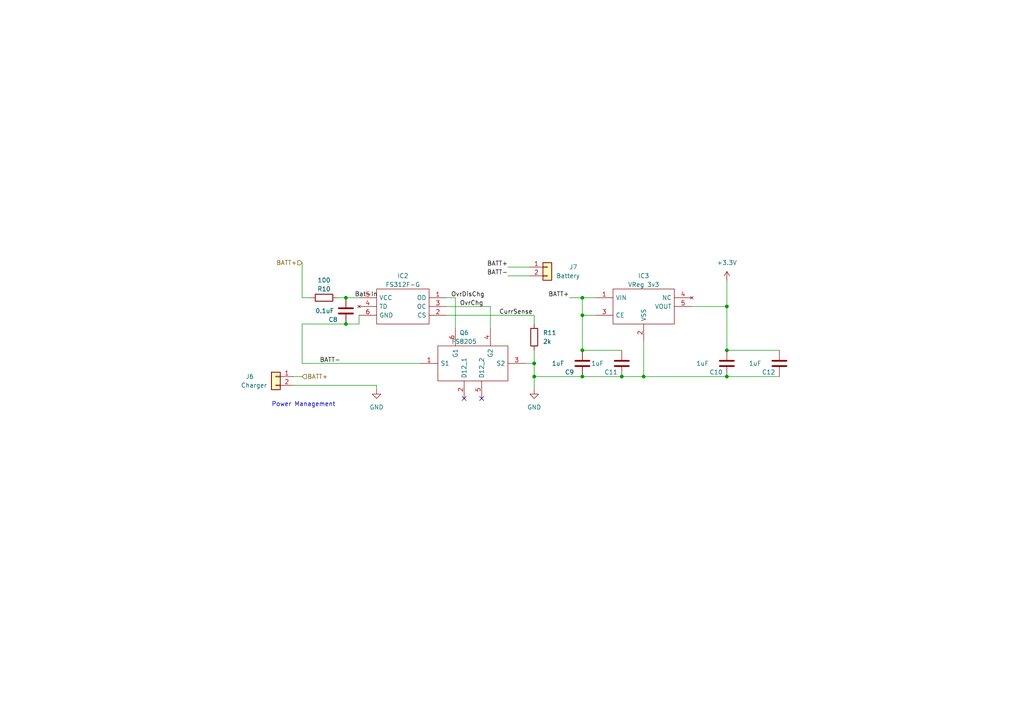
<source format=kicad_sch>
(kicad_sch (version 20230121) (generator eeschema)
  (paper "A4")
  (lib_symbols
    (symbol "Chof747  Battery Management:FS312F-G" (pin_names (offset 0.762))
      (property "Reference" "IC" (at 21.59 7.62 0))
      (property "Value" "FS312F-G" (at 21.59 5.08 0))
      (symbol "FS312F-G_0_0"
        (pin output line (at 25.4 0 180) (length 5.08) (name "OD") (number "1"))
        (pin passive line (at 25.4 -5.08 180) (length 5.08) (name "CS") (number "2"))
        (pin output line (at 25.4 -2.54 180) (length 5.08) (name "OC") (number "3"))
        (pin no_connect line (at 0 -2.54 0) (length 5.08) (name "TD") (number "4"))
        (pin power_in line (at 0 0 0) (length 5.08) (name "VCC") (number "5"))
        (pin power_in line (at 0 -5.08 0) (length 5.08) (name "GND") (number "6"))
      )
      (symbol "FS312F-G_0_1"
        (polyline (pts (xy 5.08 2.54) (xy 20.32 2.54) (xy 20.32 -7.62) (xy 5.08 -7.62) (xy 5.08 2.54)) (stroke (width 0.1524)))
      )
    )
    (symbol "Chof747 Transistors and Mosfets:FS8205" (pin_names (offset 0.762))
      (property "Reference" "Q" (at 26.67 7.62 0))
      (property "Value" "FS8205" (at 26.67 5.08 0))
      (symbol "FS8205_0_0"
        (pin passive line (at 0 -2.54 0) (length 5.08) (name "S1") (number "1"))
        (pin passive line (at 12.7 -12.7 90) (length 5.08) (name "D12_1") (number "2"))
        (pin passive line (at 30.48 -2.54 180) (length 5.08) (name "S2") (number "3"))
        (pin input line (at 20.32 7.62 270) (length 5.08) (name "G2") (number "4"))
        (pin passive line (at 17.78 -12.7 90) (length 5.08) (name "D12_2") (number "5"))
        (pin input line (at 10.16 7.62 270) (length 5.08) (name "G1") (number "6"))
      )
      (symbol "FS8205_0_1"
        (polyline (pts (xy 5.08 2.54) (xy 25.4 2.54) (xy 25.4 -7.62) (xy 5.08 -7.62) (xy 5.08 2.54)) (stroke (width 0.1524)))
      )
    )
    (symbol "Chof747 Voltage Regulators:ME6211C33M5G-N" (pin_names (offset 0.762))
      (property "Reference" "IC" (at 24.13 7.62 0))
      (property "Value" "ME6211C33M5G-N" (at 24.13 5.08 0))
      (symbol "ME6211C33M5G-N_0_0"
        (pin passive line (at 0 0 0) (length 5.08) (name "VIN") (number "1"))
        (pin passive line (at 13.97 -12.7 90) (length 5.08) (name "VSS") (number "2"))
        (pin passive line (at 0 -5.08 0) (length 5.08) (name "CE") (number "3"))
        (pin no_connect line (at 27.94 0 180) (length 5.08) (name "NC") (number "4"))
        (pin passive line (at 27.94 -2.54 180) (length 5.08) (name "VOUT") (number "5"))
      )
      (symbol "ME6211C33M5G-N_0_1"
        (polyline (pts (xy 5.08 2.54) (xy 22.86 2.54) (xy 22.86 -7.62) (xy 5.08 -7.62) (xy 5.08 2.54)) (stroke (width 0.1524)))
      )
    )
    (symbol "Connector_Generic:Conn_01x02" (pin_names (offset 1.016) hide)
      (property "Reference" "J" (at 0 2.54 0))
      (property "Value" "Conn_01x02" (at 0 -5.08 0))
      (symbol "Conn_01x02_1_1"
        (rectangle (start -1.27 -2.413) (end 0 -2.667) (stroke (width 0.1524)))
        (rectangle (start -1.27 0.127) (end 0 -0.127) (stroke (width 0.1524)))
        (rectangle (start -1.27 1.27) (end 1.27 -3.81) (stroke (width 0.254)) (fill (type background)))
        (pin passive line (at -5.08 0 0) (length 3.81) (name "Pin_1") (number "1"))
        (pin passive line (at -5.08 -2.54 0) (length 3.81) (name "Pin_2") (number "2"))
      )
    )
    (symbol "Device:C" (pin_numbers hide) (pin_names (offset 0.254))
      (property "Reference" "C" (at 0.635 2.54 0))
      (property "Value" "C" (at 0.635 -2.54 0))
      (symbol "C_0_1"
        (polyline (pts (xy -2.032 -0.762) (xy 2.032 -0.762)) (stroke (width 0.508)))
        (polyline (pts (xy -2.032 0.762) (xy 2.032 0.762)) (stroke (width 0.508)))
      )
      (symbol "C_1_1"
        (pin passive line (at 0 3.81 270) (length 2.794) (name "~") (number "1"))
        (pin passive line (at 0 -3.81 90) (length 2.794) (name "~") (number "2"))
      )
    )
    (symbol "Device:R" (pin_numbers hide) (pin_names (offset 0))
      (property "Reference" "R" (at 2.032 0 90))
      (property "Value" "R" (at 0 0 90))
      (symbol "R_0_1"
        (rectangle (start -1.016 -2.54) (end 1.016 2.54) (stroke (width 0.254)))
      )
      (symbol "R_1_1"
        (pin passive line (at 0 3.81 270) (length 1.27) (name "~") (number "1"))
        (pin passive line (at 0 -3.81 90) (length 1.27) (name "~") (number "2"))
      )
    )
    (symbol "power:+3.3V" (power) (pin_names (offset 0))
      (property "Value" "+3.3V" (at 0 3.556 0))
      (symbol "+3.3V_0_1"
        (polyline (pts (xy -0.762 1.27) (xy 0 2.54)))
        (polyline (pts (xy 0 0) (xy 0 2.54)))
        (polyline (pts (xy 0 2.54) (xy 0.762 1.27)))
      )
      (symbol "+3.3V_1_1"
        (pin power_in line (at 0 0 90) (length 0) hide (name "+3.3V") (number "1"))
      )
    )
    (symbol "power:GND" (power) (pin_names (offset 0))
      (property "Value" "GND" (at 0 -3.81 0))
      (symbol "GND_0_1"
        (polyline (pts (xy 0 0) (xy 0 -1.27) (xy 1.27 -1.27) (xy 0 -2.54) (xy -1.27 -1.27) (xy 0 -1.27)))
      )
      (symbol "GND_1_1"
        (pin power_in line (at 0 0 270) (length 0) hide (name "GND") (number "1"))
      )
    )
  )
  (junction (at 168.91 101.6))
  (junction (at 180.34 109.22))
  (junction (at 186.69 109.22))
  (junction (at 154.94 105.41))
  (junction (at 168.91 91.44))
  (junction (at 168.91 109.22))
  (junction (at 100.33 86.36))
  (junction (at 210.82 88.9))
  (junction (at 210.82 109.22))
  (junction (at 210.82 101.6))
  (junction (at 154.94 109.22))
  (junction (at 100.33 93.98))
  (junction (at 168.91 86.36))
  (no_connect (at 139.7 115.57))
  (no_connect (at 134.62 115.57))
  (wire (pts (xy 132.08 86.36) (xy 132.08 95.25)))
  (wire (pts (xy 168.91 101.6) (xy 168.91 91.44)))
  (wire (pts (xy 186.69 109.22) (xy 210.82 109.22)))
  (wire (pts (xy 129.54 88.9) (xy 142.24 88.9)))
  (wire (pts (xy 154.94 109.22) (xy 154.94 113.03)))
  (wire (pts (xy 87.63 93.98) (xy 100.33 93.98)))
  (wire (pts (xy 109.22 111.76) (xy 109.22 113.03)))
  (wire (pts (xy 168.91 91.44) (xy 172.72 91.44)))
  (wire (pts (xy 154.94 105.41) (xy 154.94 109.22)))
  (wire (pts (xy 210.82 88.9) (xy 210.82 101.6)))
  (wire (pts (xy 100.33 86.36) (xy 104.14 86.36)))
  (wire (pts (xy 85.09 109.22) (xy 87.63 109.22)))
  (wire (pts (xy 210.82 101.6) (xy 226.06 101.6)))
  (wire (pts (xy 129.54 91.44) (xy 154.94 91.44)))
  (wire (pts (xy 100.33 93.98) (xy 104.14 93.98)))
  (wire (pts (xy 129.54 86.36) (xy 132.08 86.36)))
  (wire (pts (xy 152.4 105.41) (xy 154.94 105.41)))
  (wire (pts (xy 210.82 109.22) (xy 226.06 109.22)))
  (wire (pts (xy 87.63 76.2) (xy 87.63 86.36)))
  (wire (pts (xy 87.63 86.36) (xy 90.17 86.36)))
  (wire (pts (xy 154.94 91.44) (xy 154.94 93.98)))
  (wire (pts (xy 97.79 86.36) (xy 100.33 86.36)))
  (wire (pts (xy 154.94 109.22) (xy 168.91 109.22)))
  (wire (pts (xy 142.24 88.9) (xy 142.24 95.25)))
  (wire (pts (xy 87.63 93.98) (xy 87.63 105.41)))
  (wire (pts (xy 147.32 77.47) (xy 153.67 77.47)))
  (wire (pts (xy 104.14 93.98) (xy 104.14 91.44)))
  (wire (pts (xy 180.34 109.22) (xy 186.69 109.22)))
  (wire (pts (xy 154.94 101.6) (xy 154.94 105.41)))
  (wire (pts (xy 165.1 86.36) (xy 168.91 86.36)))
  (wire (pts (xy 168.91 101.6) (xy 180.34 101.6)))
  (wire (pts (xy 87.63 105.41) (xy 121.92 105.41)))
  (wire (pts (xy 168.91 86.36) (xy 172.72 86.36)))
  (wire (pts (xy 168.91 109.22) (xy 180.34 109.22)))
  (wire (pts (xy 186.69 99.06) (xy 186.69 109.22)))
  (wire (pts (xy 210.82 81.28) (xy 210.82 88.9)))
  (wire (pts (xy 168.91 91.44) (xy 168.91 86.36)))
  (wire (pts (xy 200.66 88.9) (xy 210.82 88.9)))
  (wire (pts (xy 85.09 111.76) (xy 109.22 111.76)))
  (wire (pts (xy 147.32 80.01) (xy 153.67 80.01)))
  (text "Power Management\n" (at 78.74 118.11 0) (effects (font (size 1.27 1.27)) (justify left bottom)))
  (label "BATT-" (at 92.71 105.41 0))
  (label "BATT-" (at 147.32 80.01 180))
  (label "Bat-In" (at 102.87 86.36 0))
  (label "OvrDisChg" (at 130.81 86.36 0))
  (label "BATT+" (at 147.32 77.47 180))
  (label "OvrChg" (at 133.35 88.9 0))
  (label "CurrSense" (at 144.78 91.44 0))
  (label "BATT+" (at 165.1 86.36 180))
  (hierarchical_label "BATT+" (shape input) (at 87.63 76.2 180))
  (hierarchical_label "BATT+" (shape input) (at 87.63 109.22 0))
  (symbol (lib_id "Device:C") (at 180.34 105.41 0) (unit 1)
    (property "Reference" "C11" (at 175.26 107.95 0) (effects (justify left)))
    (property "Value" "1uF" (at 171.45 105.41 0) (effects (justify left)))
    (property "Footprint" "Capacitor_SMD:C_0603_1608Metric_Pad1.08x0.95mm_HandSolder" (effects hide))
  )
  (symbol (lib_id "Chof747 Voltage Regulators:ME6211C33M5G-N") (at 172.72 86.36 0) (unit 1)
    (property "Reference" "IC3" (at 186.69 80.01 0))
    (property "Value" "VReg 3v3" (at 186.69 82.55 0))
    (property "Footprint" "SOT95P270X145-5N" (effects hide))
    (property "Datasheet" "https://datasheet.lcsc.com/szlcsc/1811131510_MICRONE-Nanjing-Micro-One-Elec-ME6211C33M5G-N_C82942.pdf" (effects hide))
    (property "Description" "Fixed 6V 3.3V 500mA SOT-23-5 Low Dropout Regulators(LDO) RoHS" (effects hide))
    (property "Height" "1.45" (effects hide))
    (property "Manufacturer_Name" "Microne" (effects hide))
    (property "Manufacturer_Part_Number" "ME6211C33M5G-N" (effects hide))
  )
  (symbol (lib_id "Device:C") (at 168.91 105.41 0) (unit 1)
    (property "Reference" "C9" (at 163.83 107.95 0) (effects (justify left)))
    (property "Value" "1uF" (at 160.02 105.41 0) (effects (justify left)))
    (property "Footprint" "Capacitor_SMD:C_0603_1608Metric_Pad1.08x0.95mm_HandSolder" (effects hide))
  )
  (symbol (lib_id "Connector_Generic:Conn_01x02") (at 158.75 77.47 0) (unit 1)
    (property "Reference" "J7" (at 165.1 77.47 0) (effects (justify left)))
    (property "Value" "Battery" (at 161.29 80.0099 0) (effects (justify left)))
    (property "Footprint" "Connector_PinHeader_2.54mm:PinHeader_1x02_P2.54mm_Vertical" (effects hide))
  )
  (symbol (lib_id "power:+3.3V") (at 210.82 81.28 0) (unit 1)
    (property "Reference" "#PWR011" (effects hide))
    (property "Value" "+3.3V" (at 210.82 76.2 0))
  )
  (symbol (lib_id "power:GND") (at 154.94 113.03 0) (unit 1)
    (property "Reference" "#PWR010" (effects hide))
    (property "Value" "GND" (at 154.94 118.11 0))
  )
  (symbol (lib_id "Device:C") (at 226.06 105.41 0) (unit 1)
    (property "Reference" "C12" (at 220.98 107.95 0) (effects (justify left)))
    (property "Value" "1uF" (at 217.17 105.41 0) (effects (justify left)))
    (property "Footprint" "Capacitor_SMD:C_0603_1608Metric_Pad1.08x0.95mm_HandSolder" (effects hide))
  )
  (symbol (lib_id "power:GND") (at 109.22 113.03 0) (unit 1)
    (property "Reference" "#PWR09" (effects hide))
    (property "Value" "GND" (at 109.22 118.11 0))
  )
  (symbol (lib_id "Device:R") (at 93.98 86.36 270) (unit 1)
    (property "Reference" "R10" (at 93.98 83.82 90))
    (property "Value" "100" (at 93.98 81.28 90))
    (property "Footprint" "Resistor_SMD:R_0603_1608Metric_Pad0.98x0.95mm_HandSolder" (effects hide))
  )
  (symbol (lib_id "Chof747  Battery Management:FS312F-G") (at 104.14 86.36 0) (unit 1)
    (property "Reference" "IC2" (at 116.84 80.01 0))
    (property "Value" "FS312F-G" (at 116.84 82.55 0))
    (property "Footprint" "SOT95P280X145-6N" (effects hide))
    (property "Datasheet" "https://www.ic-fortune.com/upload/Download/FS312F-G-DS-12_EN.pdf" (effects hide))
    (property "Description" "One Cell Lithium-ion/Polymer Battery Protection IC" (effects hide))
    (property "Height" "1.45" (effects hide))
    (property "Manufacturer_Name" "Fortune Semiconductor Corporation" (effects hide))
    (property "Manufacturer_Part_Number" "FS312F-G" (effects hide))
  )
  (symbol (lib_id "Device:C") (at 100.33 90.17 0) (unit 1)
    (property "Reference" "C8" (at 95.25 92.71 0) (effects (justify left)))
    (property "Value" "0.1uF" (at 91.44 90.17 0) (effects (justify left)))
    (property "Footprint" "Capacitor_SMD:C_0603_1608Metric_Pad1.08x0.95mm_HandSolder" (effects hide))
  )
  (symbol (lib_id "Chof747 Transistors and Mosfets:FS8205") (at 121.92 102.87 0) (unit 1)
    (property "Reference" "Q6" (at 134.62 96.52 0))
    (property "Value" "FS8205" (at 134.62 99.06 0))
    (property "Footprint" "FS8205" (effects hide))
    (property "Datasheet" "https://www.ic-fortune.com/upload/Download/FS8205-DS-19_EN.pdf" (effects hide))
    (property "Description" "DUAL N-CHANNEL ENHANCEMENT MODE POWER MOFSET" (effects hide))
    (property "Height" "1" (effects hide))
    (property "Manufacturer_Name" "Fortune Semiconductor Corporation" (effects hide))
    (property "Manufacturer_Part_Number" "FS8205" (effects hide))
  )
  (symbol (lib_id "Device:R") (at 154.94 97.79 0) (unit 1)
    (property "Reference" "R11" (at 157.48 96.5199 0) (effects (justify left)))
    (property "Value" "2k" (at 157.48 99.0599 0) (effects (justify left)))
    (property "Footprint" "Resistor_SMD:R_0603_1608Metric_Pad0.98x0.95mm_HandSolder" (effects hide))
  )
  (symbol (lib_id "Device:C") (at 210.82 105.41 0) (unit 1)
    (property "Reference" "C10" (at 205.74 107.95 0) (effects (justify left)))
    (property "Value" "1uF" (at 201.93 105.41 0) (effects (justify left)))
    (property "Footprint" "Capacitor_SMD:C_0603_1608Metric_Pad1.08x0.95mm_HandSolder" (effects hide))
  )
  (symbol (lib_id "Connector_Generic:Conn_01x02") (at 80.01 109.22 0) (mirror y) (unit 1)
    (property "Reference" "J6" (at 73.66 109.22 0) (effects (justify left)))
    (property "Value" "Charger" (at 77.47 111.7599 0) (effects (justify left)))
    (property "Footprint" "Connector_PinHeader_2.54mm:PinHeader_1x02_P2.54mm_Vertical" (effects hide))
  )
)
</source>
